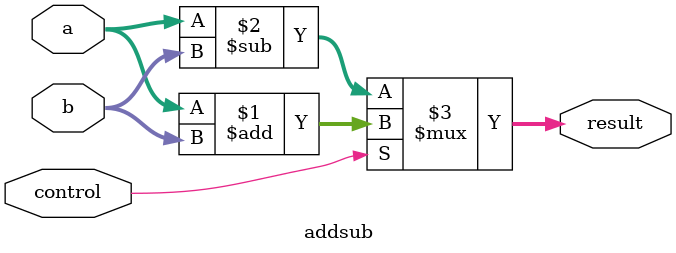
<source format=v>
module addsub(a,b,result,control);
	input[31:0] a,b;
	input control;
	output[31:0] result;
	reg[31:0] tmp;
	reg cin;
	wire cout;

	assign result = control ? a + b : a - b;

endmodule

</source>
